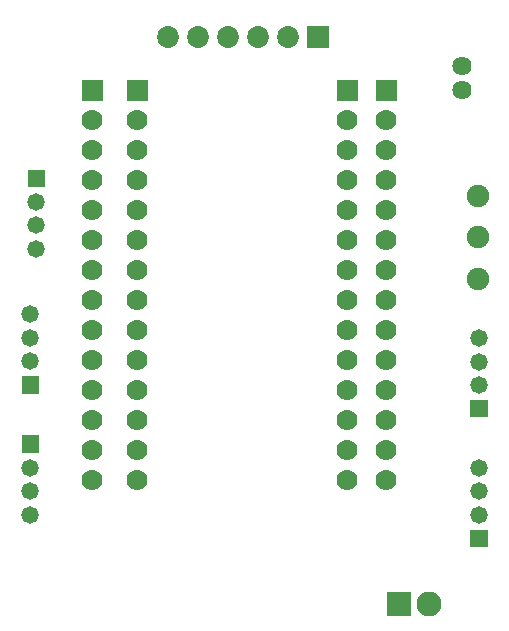
<source format=gbs>
G04 Layer: BottomSolderMaskLayer*
G04 EasyEDA v6.1.49, Tue, 11 Jun 2019 08:39:05 GMT*
G04 95c1c70a206543ea8c01bf924e9efc33,195b170a8e6c43a181dcefc3e1346bee,10*
G04 Gerber Generator version 0.2*
G04 Scale: 100 percent, Rotated: No, Reflected: No *
G04 Dimensions in millimeters *
G04 leading zeros omitted , absolute positions ,3 integer and 3 decimal *
%FSLAX33Y33*%
%MOMM*%
G90*
G71D02*

%ADD36C,1.473200*%
%ADD38C,1.778000*%
%ADD40C,1.854200*%
%ADD42C,1.902460*%
%ADD43C,1.625600*%
%ADD44C,1.723187*%
%ADD45R,1.723187X1.723187*%
%ADD47R,2.103196X2.103196*%
%ADD48C,2.103196*%

%LPD*%
G36*
G01X42752Y18769D02*
G01X42752Y20242D01*
G01X44225Y20242D01*
G01X44225Y18769D01*
G01X42752Y18769D01*
G37*
G54D36*
G01X43499Y21509D03*
G01X43499Y23491D03*
G01X43499Y25497D03*
G36*
G01X5261Y38268D02*
G01X5261Y39741D01*
G01X6735Y39741D01*
G01X6735Y38268D01*
G01X5261Y38268D01*
G37*
G01X6000Y36990D03*
G01X6000Y35009D03*
G01X6000Y33002D03*
G36*
G01X42759Y7765D02*
G01X42759Y9239D01*
G01X44233Y9239D01*
G01X44233Y7765D01*
G01X42759Y7765D01*
G37*
G01X43499Y10511D03*
G01X43499Y12492D03*
G01X43499Y14499D03*
G36*
G01X4759Y15774D02*
G01X4759Y17247D01*
G01X6232Y17247D01*
G01X6232Y15774D01*
G01X4759Y15774D01*
G37*
G01X5500Y14491D03*
G01X5500Y12510D03*
G01X5500Y10504D03*
G36*
G01X34758Y45561D02*
G01X34758Y47339D01*
G01X36536Y47339D01*
G01X36536Y45561D01*
G01X34758Y45561D01*
G37*
G54D38*
G01X35647Y43910D03*
G01X35647Y41370D03*
G01X35647Y38830D03*
G01X35647Y36290D03*
G01X35647Y33750D03*
G01X35647Y31210D03*
G01X35647Y28670D03*
G01X35647Y26130D03*
G01X35647Y23590D03*
G01X35647Y21050D03*
G01X35647Y18510D03*
G01X35647Y15970D03*
G01X35647Y13430D03*
G36*
G01X13676Y45561D02*
G01X13676Y47339D01*
G01X15454Y47339D01*
G01X15454Y45561D01*
G01X13676Y45561D01*
G37*
G01X14565Y43910D03*
G01X14565Y41370D03*
G01X14565Y38830D03*
G01X14565Y36290D03*
G01X14565Y33750D03*
G01X14565Y31210D03*
G01X14565Y28670D03*
G01X14565Y26130D03*
G01X14565Y23590D03*
G01X14565Y21050D03*
G01X14565Y18510D03*
G01X14565Y15970D03*
G01X14565Y13430D03*
G36*
G01X31456Y45561D02*
G01X31456Y47339D01*
G01X33234Y47339D01*
G01X33234Y45561D01*
G01X31456Y45561D01*
G37*
G01X32345Y43910D03*
G01X32345Y41370D03*
G01X32345Y38830D03*
G01X32345Y36290D03*
G01X32345Y33750D03*
G01X32345Y31210D03*
G01X32345Y28670D03*
G01X32345Y26130D03*
G01X32345Y23590D03*
G01X32345Y21050D03*
G01X32345Y18510D03*
G01X32345Y15970D03*
G01X32345Y13430D03*
G36*
G01X9866Y45561D02*
G01X9866Y47339D01*
G01X11644Y47339D01*
G01X11644Y45561D01*
G01X9866Y45561D01*
G37*
G01X10755Y43910D03*
G01X10755Y41370D03*
G01X10755Y38830D03*
G01X10755Y36290D03*
G01X10755Y33750D03*
G01X10755Y31210D03*
G01X10755Y28670D03*
G01X10755Y26130D03*
G01X10755Y23590D03*
G01X10755Y21050D03*
G01X10755Y18510D03*
G01X10755Y15970D03*
G01X10755Y13430D03*
G36*
G01X28922Y50069D02*
G01X28922Y51923D01*
G01X30776Y51923D01*
G01X30776Y50069D01*
G01X28922Y50069D01*
G37*
G54D40*
G01X27309Y50996D03*
G01X24769Y50996D03*
G01X22229Y50996D03*
G01X19689Y50996D03*
G01X17149Y50996D03*
G54D42*
G01X43397Y37504D03*
G01X43397Y33999D03*
G01X43397Y30493D03*
G54D43*
G01X42000Y46509D03*
G01X42000Y48490D03*
G36*
G01X4764Y20765D02*
G01X4764Y22238D01*
G01X6237Y22238D01*
G01X6237Y20765D01*
G01X4764Y20765D01*
G37*
G54D36*
G01X5499Y23509D03*
G01X5499Y25490D03*
G01X5499Y27497D03*
G54D44*
G01X14565Y15970D03*
G01X14565Y13430D03*
G01X32345Y13430D03*
G01X32345Y15970D03*
G01X32345Y18510D03*
G01X32345Y21050D03*
G01X32345Y23590D03*
G01X32345Y26130D03*
G01X32345Y28670D03*
G01X32345Y31210D03*
G01X32345Y33750D03*
G01X32345Y36290D03*
G01X14565Y18510D03*
G01X14565Y21050D03*
G01X14565Y23590D03*
G01X14565Y26130D03*
G01X14565Y28670D03*
G01X14565Y31210D03*
G01X14565Y33750D03*
G01X14565Y36290D03*
G01X14565Y38830D03*
G01X14565Y41370D03*
G01X14565Y43910D03*
G54D45*
G01X14565Y46450D03*
G54D44*
G01X32345Y38830D03*
G01X32345Y41370D03*
G01X32345Y43910D03*
G01X32345Y46450D03*
G54D47*
G01X36730Y3000D03*
G54D48*
G01X39270Y3000D03*
M00*
M02*

</source>
